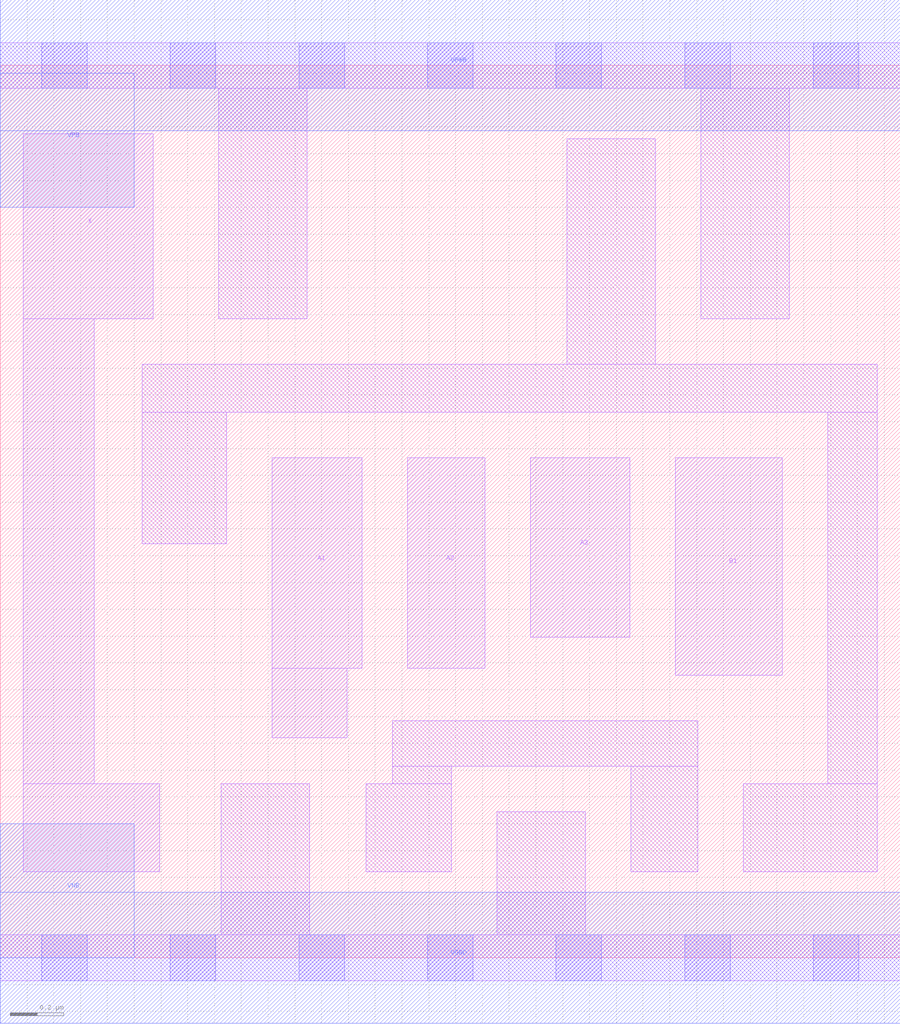
<source format=lef>
# Copyright 2020 The SkyWater PDK Authors
#
# Licensed under the Apache License, Version 2.0 (the "License");
# you may not use this file except in compliance with the License.
# You may obtain a copy of the License at
#
#     https://www.apache.org/licenses/LICENSE-2.0
#
# Unless required by applicable law or agreed to in writing, software
# distributed under the License is distributed on an "AS IS" BASIS,
# WITHOUT WARRANTIES OR CONDITIONS OF ANY KIND, either express or implied.
# See the License for the specific language governing permissions and
# limitations under the License.
#
# SPDX-License-Identifier: Apache-2.0

VERSION 5.5 ;
NAMESCASESENSITIVE ON ;
BUSBITCHARS "[]" ;
DIVIDERCHAR "/" ;
MACRO sky130_fd_sc_lp__o31a_0
  CLASS CORE ;
  SOURCE USER ;
  ORIGIN  0.000000  0.000000 ;
  SIZE  3.360000 BY  3.330000 ;
  SYMMETRY X Y R90 ;
  SITE unit ;
  PIN A1
    ANTENNAGATEAREA  0.159000 ;
    DIRECTION INPUT ;
    USE SIGNAL ;
    PORT
      LAYER li1 ;
        RECT 1.015000 0.820000 1.295000 1.080000 ;
        RECT 1.015000 1.080000 1.350000 1.865000 ;
    END
  END A1
  PIN A2
    ANTENNAGATEAREA  0.159000 ;
    DIRECTION INPUT ;
    USE SIGNAL ;
    PORT
      LAYER li1 ;
        RECT 1.520000 1.080000 1.810000 1.865000 ;
    END
  END A2
  PIN A3
    ANTENNAGATEAREA  0.159000 ;
    DIRECTION INPUT ;
    USE SIGNAL ;
    PORT
      LAYER li1 ;
        RECT 1.980000 1.195000 2.350000 1.865000 ;
    END
  END A3
  PIN B1
    ANTENNAGATEAREA  0.159000 ;
    DIRECTION INPUT ;
    USE SIGNAL ;
    PORT
      LAYER li1 ;
        RECT 2.520000 1.055000 2.920000 1.865000 ;
    END
  END B1
  PIN X
    ANTENNADIFFAREA  0.280900 ;
    DIRECTION OUTPUT ;
    USE SIGNAL ;
    PORT
      LAYER li1 ;
        RECT 0.085000 0.320000 0.595000 0.650000 ;
        RECT 0.085000 0.650000 0.350000 2.385000 ;
        RECT 0.085000 2.385000 0.570000 3.075000 ;
    END
  END X
  PIN VGND
    DIRECTION INOUT ;
    USE GROUND ;
    PORT
      LAYER met1 ;
        RECT 0.000000 -0.245000 3.360000 0.245000 ;
    END
  END VGND
  PIN VNB
    DIRECTION INOUT ;
    USE GROUND ;
    PORT
    END
  END VNB
  PIN VPB
    DIRECTION INOUT ;
    USE POWER ;
    PORT
    END
  END VPB
  PIN VNB
    DIRECTION INOUT ;
    USE GROUND ;
    PORT
      LAYER met1 ;
        RECT 0.000000 0.000000 0.500000 0.500000 ;
    END
  END VNB
  PIN VPB
    DIRECTION INOUT ;
    USE POWER ;
    PORT
      LAYER met1 ;
        RECT 0.000000 2.800000 0.500000 3.300000 ;
    END
  END VPB
  PIN VPWR
    DIRECTION INOUT ;
    USE POWER ;
    PORT
      LAYER met1 ;
        RECT 0.000000 3.085000 3.360000 3.575000 ;
    END
  END VPWR
  OBS
    LAYER li1 ;
      RECT 0.000000 -0.085000 3.360000 0.085000 ;
      RECT 0.000000  3.245000 3.360000 3.415000 ;
      RECT 0.530000  1.545000 0.845000 2.035000 ;
      RECT 0.530000  2.035000 3.275000 2.215000 ;
      RECT 0.815000  2.385000 1.145000 3.245000 ;
      RECT 0.825000  0.085000 1.155000 0.650000 ;
      RECT 1.365000  0.320000 1.685000 0.650000 ;
      RECT 1.465000  0.650000 1.685000 0.715000 ;
      RECT 1.465000  0.715000 2.605000 0.885000 ;
      RECT 1.855000  0.085000 2.185000 0.545000 ;
      RECT 2.115000  2.215000 2.445000 3.055000 ;
      RECT 2.355000  0.320000 2.605000 0.715000 ;
      RECT 2.615000  2.385000 2.945000 3.245000 ;
      RECT 2.775000  0.320000 3.275000 0.650000 ;
      RECT 3.090000  0.650000 3.275000 2.035000 ;
    LAYER mcon ;
      RECT 0.155000 -0.085000 0.325000 0.085000 ;
      RECT 0.155000  3.245000 0.325000 3.415000 ;
      RECT 0.635000 -0.085000 0.805000 0.085000 ;
      RECT 0.635000  3.245000 0.805000 3.415000 ;
      RECT 1.115000 -0.085000 1.285000 0.085000 ;
      RECT 1.115000  3.245000 1.285000 3.415000 ;
      RECT 1.595000 -0.085000 1.765000 0.085000 ;
      RECT 1.595000  3.245000 1.765000 3.415000 ;
      RECT 2.075000 -0.085000 2.245000 0.085000 ;
      RECT 2.075000  3.245000 2.245000 3.415000 ;
      RECT 2.555000 -0.085000 2.725000 0.085000 ;
      RECT 2.555000  3.245000 2.725000 3.415000 ;
      RECT 3.035000 -0.085000 3.205000 0.085000 ;
      RECT 3.035000  3.245000 3.205000 3.415000 ;
  END
END sky130_fd_sc_lp__o31a_0
END LIBRARY

</source>
